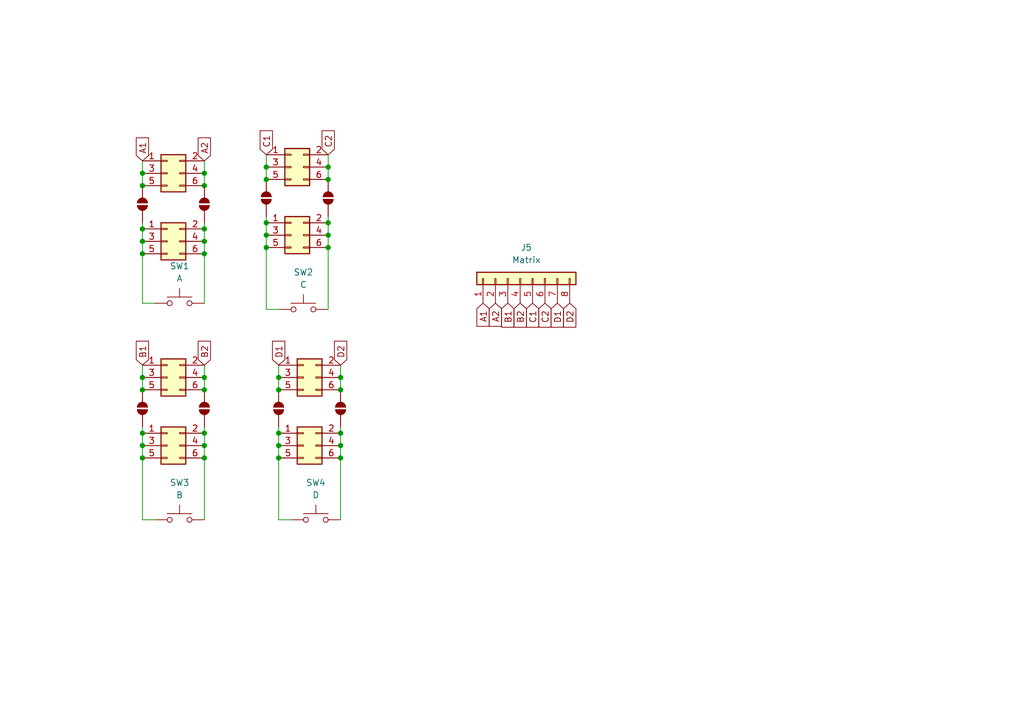
<source format=kicad_sch>
(kicad_sch (version 20250114) (generator "eeschema") (generator_version "9.0")
  (paper "A5")
  (title_block (title "Keyboard Prototyping Board") (date "6/AUG/2025") (rev "A") (company "Brett Hallen") (comment 1 "www.youtube.com/@Brfff"))
  (lib_symbols
    (symbol "Connector_Generic:Conn_01x08" (pin_names (offset 1.016) (hide yes))
      (property "Reference" "J" (at 0 10.16 0))
      (property "Value" "Conn_01x08" (at 0 -12.7 0))
      (symbol "Conn_01x08_1_1"
        (rectangle (start -1.27 8.89) (end 1.27 -11.43) (stroke (width 0.254)) (fill (type background)))
        (rectangle (start -1.27 7.747) (end 0 7.493) (stroke (width 0.1524)))
        (rectangle (start -1.27 5.207) (end 0 4.953) (stroke (width 0.1524)))
        (rectangle (start -1.27 2.667) (end 0 2.413) (stroke (width 0.1524)))
        (rectangle (start -1.27 0.127) (end 0 -0.127) (stroke (width 0.1524)))
        (rectangle (start -1.27 -2.413) (end 0 -2.667) (stroke (width 0.1524)))
        (rectangle (start -1.27 -4.953) (end 0 -5.207) (stroke (width 0.1524)))
        (rectangle (start -1.27 -7.493) (end 0 -7.747) (stroke (width 0.1524)))
        (rectangle (start -1.27 -10.033) (end 0 -10.287) (stroke (width 0.1524)))
        (pin passive line (at -5.08 7.62 0) (length 3.81) (name "Pin_1") (number "1"))
        (pin passive line (at -5.08 5.08 0) (length 3.81) (name "Pin_2") (number "2"))
        (pin passive line (at -5.08 2.54 0) (length 3.81) (name "Pin_3") (number "3"))
        (pin passive line (at -5.08 0 0) (length 3.81) (name "Pin_4") (number "4"))
        (pin passive line (at -5.08 -2.54 0) (length 3.81) (name "Pin_5") (number "5"))
        (pin passive line (at -5.08 -5.08 0) (length 3.81) (name "Pin_6") (number "6"))
        (pin passive line (at -5.08 -7.62 0) (length 3.81) (name "Pin_7") (number "7"))
        (pin passive line (at -5.08 -10.16 0) (length 3.81) (name "Pin_8") (number "8"))
      )
    )
    (symbol "Connector_Generic:Conn_02x03_Odd_Even" (pin_names (offset 1.016) (hide yes))
      (property "Reference" "J" (at 1.27 5.08 0))
      (property "Value" "Conn_02x03_Odd_Even" (at 1.27 -5.08 0))
      (symbol "Conn_02x03_Odd_Even_1_1"
        (rectangle (start -1.27 3.81) (end 3.81 -3.81) (stroke (width 0.254)) (fill (type background)))
        (rectangle (start -1.27 2.667) (end 0 2.413) (stroke (width 0.1524)))
        (rectangle (start -1.27 0.127) (end 0 -0.127) (stroke (width 0.1524)))
        (rectangle (start -1.27 -2.413) (end 0 -2.667) (stroke (width 0.1524)))
        (rectangle (start 3.81 2.667) (end 2.54 2.413) (stroke (width 0.1524)))
        (rectangle (start 3.81 0.127) (end 2.54 -0.127) (stroke (width 0.1524)))
        (rectangle (start 3.81 -2.413) (end 2.54 -2.667) (stroke (width 0.1524)))
        (pin passive line (at -5.08 2.54 0) (length 3.81) (name "Pin_1") (number "1"))
        (pin passive line (at -5.08 0 0) (length 3.81) (name "Pin_3") (number "3"))
        (pin passive line (at -5.08 -2.54 0) (length 3.81) (name "Pin_5") (number "5"))
        (pin passive line (at 7.62 2.54 180) (length 3.81) (name "Pin_2") (number "2"))
        (pin passive line (at 7.62 0 180) (length 3.81) (name "Pin_4") (number "4"))
        (pin passive line (at 7.62 -2.54 180) (length 3.81) (name "Pin_6") (number "6"))
      )
    )
    (symbol "Jumper:SolderJumper_2_Open" (pin_numbers (hide yes)) (pin_names (offset 0) (hide yes)) (in_bom no)
      (property "Reference" "JP" (at 0 2.032 0))
      (property "Value" "SolderJumper_2_Open" (at 0 -2.54 0))
      (symbol "SolderJumper_2_Open_0_1"
        (polyline (pts (xy -0.254 1.016) (xy -0.254 -1.016)))
        (arc (start -0.254 -1.016) (mid -1.2656 0) (end -0.254 1.016))
        (arc (start -0.254 -1.016) (mid -1.2656 0) (end -0.254 1.016) (fill (type outline)))
        (arc (start 0.254 1.016) (mid 1.2656 0) (end 0.254 -1.016))
        (arc (start 0.254 1.016) (mid 1.2656 0) (end 0.254 -1.016) (fill (type outline)))
        (polyline (pts (xy 0.254 1.016) (xy 0.254 -1.016)))
      )
      (symbol "SolderJumper_2_Open_1_1"
        (pin passive line (at -3.81 0 0) (length 2.54) (name "A") (number "1"))
        (pin passive line (at 3.81 0 180) (length 2.54) (name "B") (number "2"))
      )
    )
    (symbol "Switch:SW_Push" (pin_numbers (hide yes)) (pin_names (offset 1.016) (hide yes))
      (property "Reference" "SW" (at 1.27 2.54 0))
      (property "Value" "SW_Push" (at 0 -1.524 0))
      (symbol "SW_Push_0_1"
        (circle (center -2.032 0) (radius 0.508))
        (polyline (pts (xy 0 1.27) (xy 0 3.048)))
        (circle (center 2.032 0) (radius 0.508))
        (polyline (pts (xy 2.54 1.27) (xy -2.54 1.27)))
        (pin passive line (at -5.08 0 0) (length 2.54) (name "1") (number "1"))
        (pin passive line (at 5.08 0 180) (length 2.54) (name "2") (number "2"))
      )
    )
  )
  (junction (at 29.21 80.01))
  (junction (at 41.91 77.47))
  (junction (at 67.31 34.29))
  (junction (at 57.15 93.98))
  (junction (at 67.31 45.72))
  (junction (at 41.91 91.44))
  (junction (at 57.15 88.9))
  (junction (at 29.21 35.56))
  (junction (at 67.31 50.8))
  (junction (at 67.31 36.83))
  (junction (at 41.91 35.56))
  (junction (at 54.61 50.8))
  (junction (at 29.21 88.9))
  (junction (at 67.31 48.26))
  (junction (at 29.21 38.1))
  (junction (at 41.91 80.01))
  (junction (at 54.61 36.83))
  (junction (at 29.21 49.53))
  (junction (at 29.21 46.99))
  (junction (at 57.15 77.47))
  (junction (at 29.21 93.98))
  (junction (at 69.85 91.44))
  (junction (at 41.91 88.9))
  (junction (at 57.15 91.44))
  (junction (at 29.21 77.47))
  (junction (at 69.85 88.9))
  (junction (at 69.85 80.01))
  (junction (at 41.91 52.07))
  (junction (at 54.61 34.29))
  (junction (at 69.85 93.98))
  (junction (at 54.61 48.26))
  (junction (at 29.21 91.44))
  (junction (at 41.91 93.98))
  (junction (at 57.15 80.01))
  (junction (at 41.91 38.1))
  (junction (at 69.85 77.47))
  (junction (at 41.91 49.53))
  (junction (at 29.21 52.07))
  (junction (at 41.91 46.99))
  (junction (at 54.61 45.72))
  (wire (pts (xy 54.61 34.29) (xy 54.61 36.83)))
  (wire (pts (xy 41.91 74.93) (xy 41.91 77.47)))
  (wire (pts (xy 29.21 88.9) (xy 29.21 87.63)))
  (wire (pts (xy 41.91 77.47) (xy 41.91 80.01)))
  (wire (pts (xy 69.85 77.47) (xy 69.85 80.01)))
  (wire (pts (xy 29.21 49.53) (xy 29.21 46.99)))
  (wire (pts (xy 41.91 49.53) (xy 41.91 52.07)))
  (wire (pts (xy 29.21 33.02) (xy 29.21 35.56)))
  (wire (pts (xy 57.15 77.47) (xy 57.15 80.01)))
  (wire (pts (xy 41.91 93.98) (xy 41.91 106.68)))
  (wire (pts (xy 57.15 106.68) (xy 59.69 106.68)))
  (wire (pts (xy 41.91 33.02) (xy 41.91 35.56)))
  (wire (pts (xy 31.75 62.23) (xy 29.21 62.23)))
  (wire (pts (xy 69.85 88.9) (xy 69.85 91.44)))
  (wire (pts (xy 29.21 74.93) (xy 29.21 77.47)))
  (wire (pts (xy 54.61 63.5) (xy 57.15 63.5)))
  (wire (pts (xy 69.85 91.44) (xy 69.85 93.98)))
  (wire (pts (xy 41.91 46.99) (xy 41.91 49.53)))
  (wire (pts (xy 54.61 48.26) (xy 54.61 45.72)))
  (wire (pts (xy 29.21 93.98) (xy 29.21 106.68)))
  (wire (pts (xy 57.15 93.98) (xy 57.15 106.68)))
  (wire (pts (xy 29.21 62.23) (xy 29.21 52.07)))
  (wire (pts (xy 29.21 106.68) (xy 31.75 106.68)))
  (wire (pts (xy 57.15 74.93) (xy 57.15 77.47)))
  (wire (pts (xy 41.91 87.63) (xy 41.91 88.9)))
  (wire (pts (xy 54.61 31.75) (xy 54.61 34.29)))
  (wire (pts (xy 41.91 91.44) (xy 41.91 93.98)))
  (wire (pts (xy 29.21 52.07) (xy 29.21 49.53)))
  (wire (pts (xy 54.61 50.8) (xy 54.61 63.5)))
  (wire (pts (xy 54.61 50.8) (xy 54.61 48.26)))
  (wire (pts (xy 29.21 35.56) (xy 29.21 38.1)))
  (wire (pts (xy 57.15 93.98) (xy 57.15 91.44)))
  (wire (pts (xy 57.15 88.9) (xy 57.15 87.63)))
  (wire (pts (xy 67.31 48.26) (xy 67.31 50.8)))
  (wire (pts (xy 29.21 91.44) (xy 29.21 88.9)))
  (wire (pts (xy 29.21 46.99) (xy 29.21 45.72)))
  (wire (pts (xy 41.91 88.9) (xy 41.91 91.44)))
  (wire (pts (xy 41.91 52.07) (xy 41.91 62.23)))
  (wire (pts (xy 69.85 93.98) (xy 69.85 106.68)))
  (wire (pts (xy 67.31 31.75) (xy 67.31 34.29)))
  (wire (pts (xy 67.31 50.8) (xy 67.31 63.5)))
  (wire (pts (xy 67.31 45.72) (xy 67.31 48.26)))
  (wire (pts (xy 67.31 44.45) (xy 67.31 45.72)))
  (wire (pts (xy 29.21 91.44) (xy 29.21 93.98)))
  (wire (pts (xy 69.85 87.63) (xy 69.85 88.9)))
  (wire (pts (xy 29.21 77.47) (xy 29.21 80.01)))
  (wire (pts (xy 41.91 45.72) (xy 41.91 46.99)))
  (wire (pts (xy 41.91 35.56) (xy 41.91 38.1)))
  (wire (pts (xy 67.31 34.29) (xy 67.31 36.83)))
  (wire (pts (xy 57.15 91.44) (xy 57.15 88.9)))
  (wire (pts (xy 69.85 74.93) (xy 69.85 77.47)))
  (wire (pts (xy 54.61 45.72) (xy 54.61 44.45)))
  (global_label "D2" (shape input) (at 69.85 74.93 90) (property "Intersheetrefs" "${INTERSHEET_REFS}" (effects (hide yes))))
  (global_label "A1" (shape input) (at 29.21 33.02 90) (property "Intersheetrefs" "${INTERSHEET_REFS}" (effects (hide yes))))
  (global_label "D1" (shape input) (at 57.15 74.93 90) (property "Intersheetrefs" "${INTERSHEET_REFS}" (effects (hide yes))))
  (global_label "B1" (shape input) (at 29.21 74.93 90) (property "Intersheetrefs" "${INTERSHEET_REFS}" (effects (hide yes))))
  (global_label "B2" (shape input) (at 41.91 74.93 90) (property "Intersheetrefs" "${INTERSHEET_REFS}" (effects (hide yes))))
  (global_label "C2" (shape input) (at 67.31 31.75 90) (property "Intersheetrefs" "${INTERSHEET_REFS}" (effects (hide yes))))
  (global_label "A2" (shape input) (at 101.6 62.23 270) (property "Intersheetrefs" "${INTERSHEET_REFS}" (effects (hide yes))))
  (global_label "A1" (shape input) (at 99.06 62.23 270) (property "Intersheetrefs" "${INTERSHEET_REFS}" (effects (hide yes))))
  (global_label "B1" (shape input) (at 104.14 62.23 270) (property "Intersheetrefs" "${INTERSHEET_REFS}" (effects (hide yes))))
  (global_label "B2" (shape input) (at 106.68 62.23 270) (property "Intersheetrefs" "${INTERSHEET_REFS}" (effects (hide yes))))
  (global_label "D1" (shape input) (at 114.3 62.23 270) (property "Intersheetrefs" "${INTERSHEET_REFS}" (effects (hide yes))))
  (global_label "C1" (shape input) (at 109.22 62.23 270) (property "Intersheetrefs" "${INTERSHEET_REFS}" (effects (hide yes))))
  (global_label "C2" (shape input) (at 111.76 62.23 270) (property "Intersheetrefs" "${INTERSHEET_REFS}" (effects (hide yes))))
  (global_label "D2" (shape input) (at 116.84 62.23 270) (property "Intersheetrefs" "${INTERSHEET_REFS}" (effects (hide yes))))
  (global_label "C1" (shape input) (at 54.61 31.75 90) (property "Intersheetrefs" "${INTERSHEET_REFS}" (effects (hide yes))))
  (global_label "A2" (shape input) (at 41.91 33.02 90) (property "Intersheetrefs" "${INTERSHEET_REFS}" (effects (hide yes))))
  (symbol (lib_id "Jumper:SolderJumper_2_Open") (at 41.91 83.82 90) (unit 1) (in_bom no)
    (property "Reference" "JP6" (effects (hide yes)))
    (property "Value" "SolderJumper_2_Open" (effects (hide yes)))
    (property "Footprint" "Jumper:SolderJumper-2_P1.3mm_Bridged_RoundedPad1.0x1.5mm" (effects (hide yes)))
    (property "Description" "Solder Jumper, 2-pole, open" (effects (hide yes)))
  )
  (symbol (lib_id "Jumper:SolderJumper_2_Open") (at 29.21 83.82 90) (unit 1) (in_bom no)
    (property "Reference" "JP5" (effects (hide yes)))
    (property "Value" "SolderJumper_2_Open" (effects (hide yes)))
    (property "Footprint" "Jumper:SolderJumper-2_P1.3mm_Bridged_RoundedPad1.0x1.5mm" (effects (hide yes)))
    (property "Description" "Solder Jumper, 2-pole, open" (effects (hide yes)))
  )
  (symbol (lib_id "Switch:SW_Push") (at 62.23 63.5 0) (unit 1)
    (property "Reference" "SW2" (at 62.23 55.88 0))
    (property "Value" "C" (at 62.23 58.42 0))
    (property "Footprint" "PCM_Switch_Keyboard_Cherry_MX:SW_Cherry_MX_PCB_1.00u" (effects (hide yes)))
    (property "Description" "Push button switch, generic, two pins" (effects (hide yes)))
  )
  (symbol (lib_id "Jumper:SolderJumper_2_Open") (at 54.61 40.64 90) (unit 1) (in_bom no)
    (property "Reference" "JP3" (effects (hide yes)))
    (property "Value" "SolderJumper_2_Open" (effects (hide yes)))
    (property "Footprint" "Jumper:SolderJumper-2_P1.3mm_Bridged_RoundedPad1.0x1.5mm" (effects (hide yes)))
    (property "Description" "Solder Jumper, 2-pole, open" (effects (hide yes)))
  )
  (symbol (lib_id "Switch:SW_Push") (at 36.83 106.68 0) (unit 1)
    (property "Reference" "SW3" (at 36.83 99.06 0))
    (property "Value" "B" (at 36.83 101.6 0))
    (property "Footprint" "PCM_Switch_Keyboard_Cherry_MX:SW_Cherry_MX_PCB_1.00u" (effects (hide yes)))
    (property "Description" "Push button switch, generic, two pins" (effects (hide yes)))
  )
  (symbol (lib_id "Connector_Generic:Conn_02x03_Odd_Even") (at 62.23 91.44 0) (unit 1)
    (property "Reference" "J8" (effects (hide yes)))
    (property "Value" "Conn_02x03_Odd_Even" (effects (hide yes)))
    (property "Footprint" "Connector_PinHeader_2.54mm:PinHeader_2x03_P2.54mm_Vertical" (effects (hide yes)))
    (property "Description" "Generic connector, double row, 02x03, odd/even pin numbering scheme (row 1 odd numbers, row 2 even numbers), script generated (kicad-library-utils/schlib/autogen/connector/)" (effects (hide yes)))
  )
  (symbol (lib_id "Jumper:SolderJumper_2_Open") (at 69.85 83.82 90) (unit 1) (in_bom no)
    (property "Reference" "JP8" (effects (hide yes)))
    (property "Value" "SolderJumper_2_Open" (effects (hide yes)))
    (property "Footprint" "Jumper:SolderJumper-2_P1.3mm_Bridged_RoundedPad1.0x1.5mm" (effects (hide yes)))
    (property "Description" "Solder Jumper, 2-pole, open" (effects (hide yes)))
  )
  (symbol (lib_id "Jumper:SolderJumper_2_Open") (at 67.31 40.64 90) (unit 1) (in_bom no)
    (property "Reference" "JP4" (effects (hide yes)))
    (property "Value" "SolderJumper_2_Open" (effects (hide yes)))
    (property "Footprint" "Jumper:SolderJumper-2_P1.3mm_Bridged_RoundedPad1.0x1.5mm" (effects (hide yes)))
    (property "Description" "Solder Jumper, 2-pole, open" (effects (hide yes)))
  )
  (symbol (lib_id "Switch:SW_Push") (at 36.83 62.23 0) (unit 1)
    (property "Reference" "SW1" (at 36.83 54.61 0))
    (property "Value" "A" (at 36.83 57.15 0))
    (property "Footprint" "PCM_Switch_Keyboard_Cherry_MX:SW_Cherry_MX_PCB_1.00u" (effects (hide yes)))
    (property "Description" "Push button switch, generic, two pins" (effects (hide yes)))
  )
  (symbol (lib_id "Jumper:SolderJumper_2_Open") (at 41.91 41.91 90) (unit 1) (in_bom no)
    (property "Reference" "JP2" (effects (hide yes)))
    (property "Value" "SolderJumper_2_Open" (effects (hide yes)))
    (property "Footprint" "Jumper:SolderJumper-2_P1.3mm_Bridged_RoundedPad1.0x1.5mm" (effects (hide yes)))
    (property "Description" "Solder Jumper, 2-pole, open" (effects (hide yes)))
  )
  (symbol (lib_id "Connector_Generic:Conn_02x03_Odd_Even") (at 34.29 35.56 0) (unit 1)
    (property "Reference" "J1" (effects (hide yes)))
    (property "Value" "Conn_02x03_Odd_Even" (effects (hide yes)))
    (property "Footprint" "Connector_PinHeader_2.54mm:PinHeader_2x03_P2.54mm_Vertical" (effects (hide yes)))
    (property "Description" "Generic connector, double row, 02x03, odd/even pin numbering scheme (row 1 odd numbers, row 2 even numbers), script generated (kicad-library-utils/schlib/autogen/connector/)" (effects (hide yes)))
  )
  (symbol (lib_id "Connector_Generic:Conn_02x03_Odd_Even") (at 34.29 77.47 0) (unit 1)
    (property "Reference" "J4" (effects (hide yes)))
    (property "Value" "Conn_02x03_Odd_Even" (effects (hide yes)))
    (property "Footprint" "Connector_PinHeader_2.54mm:PinHeader_2x03_P2.54mm_Vertical" (effects (hide yes)))
    (property "Description" "Generic connector, double row, 02x03, odd/even pin numbering scheme (row 1 odd numbers, row 2 even numbers), script generated (kicad-library-utils/schlib/autogen/connector/)" (effects (hide yes)))
  )
  (symbol (lib_id "Connector_Generic:Conn_02x03_Odd_Even") (at 62.23 77.47 0) (unit 1)
    (property "Reference" "J7" (effects (hide yes)))
    (property "Value" "Conn_02x03_Odd_Even" (effects (hide yes)))
    (property "Footprint" "Connector_PinHeader_2.54mm:PinHeader_2x03_P2.54mm_Vertical" (effects (hide yes)))
    (property "Description" "Generic connector, double row, 02x03, odd/even pin numbering scheme (row 1 odd numbers, row 2 even numbers), script generated (kicad-library-utils/schlib/autogen/connector/)" (effects (hide yes)))
  )
  (symbol (lib_id "Connector_Generic:Conn_02x03_Odd_Even") (at 34.29 91.44 0) (unit 1)
    (property "Reference" "J6" (effects (hide yes)))
    (property "Value" "Conn_02x03_Odd_Even" (effects (hide yes)))
    (property "Footprint" "Connector_PinHeader_2.54mm:PinHeader_2x03_P2.54mm_Vertical" (effects (hide yes)))
    (property "Description" "Generic connector, double row, 02x03, odd/even pin numbering scheme (row 1 odd numbers, row 2 even numbers), script generated (kicad-library-utils/schlib/autogen/connector/)" (effects (hide yes)))
  )
  (symbol (lib_id "Jumper:SolderJumper_2_Open") (at 29.21 41.91 90) (unit 1) (in_bom no)
    (property "Reference" "JP1" (effects (hide yes)))
    (property "Value" "SolderJumper_2_Open" (effects (hide yes)))
    (property "Footprint" "Jumper:SolderJumper-2_P1.3mm_Bridged_RoundedPad1.0x1.5mm" (effects (hide yes)))
    (property "Description" "Solder Jumper, 2-pole, open" (effects (hide yes)))
  )
  (symbol (lib_id "Switch:SW_Push") (at 64.77 106.68 0) (unit 1)
    (property "Reference" "SW4" (at 64.77 99.06 0))
    (property "Value" "D" (at 64.77 101.6 0))
    (property "Footprint" "PCM_Switch_Keyboard_Cherry_MX:SW_Cherry_MX_PCB_1.00u" (effects (hide yes)))
    (property "Description" "Push button switch, generic, two pins" (effects (hide yes)))
  )
  (symbol (lib_id "Connector_Generic:Conn_02x03_Odd_Even") (at 34.29 49.53 0) (unit 1)
    (property "Reference" "J18" (effects (hide yes)))
    (property "Value" "Conn_02x03_Odd_Even" (effects (hide yes)))
    (property "Footprint" "Connector_PinHeader_2.54mm:PinHeader_2x03_P2.54mm_Vertical" (effects (hide yes)))
    (property "Description" "Generic connector, double row, 02x03, odd/even pin numbering scheme (row 1 odd numbers, row 2 even numbers), script generated (kicad-library-utils/schlib/autogen/connector/)" (effects (hide yes)))
  )
  (symbol (lib_id "Jumper:SolderJumper_2_Open") (at 57.15 83.82 90) (unit 1) (in_bom no)
    (property "Reference" "JP7" (effects (hide yes)))
    (property "Value" "SolderJumper_2_Open" (effects (hide yes)))
    (property "Footprint" "Jumper:SolderJumper-2_P1.3mm_Bridged_RoundedPad1.0x1.5mm" (effects (hide yes)))
    (property "Description" "Solder Jumper, 2-pole, open" (effects (hide yes)))
  )
  (symbol (lib_id "Connector_Generic:Conn_02x03_Odd_Even") (at 59.69 48.26 0) (unit 1)
    (property "Reference" "J3" (effects (hide yes)))
    (property "Value" "Conn_02x03_Odd_Even" (effects (hide yes)))
    (property "Footprint" "Connector_PinHeader_2.54mm:PinHeader_2x03_P2.54mm_Vertical" (effects (hide yes)))
    (property "Description" "Generic connector, double row, 02x03, odd/even pin numbering scheme (row 1 odd numbers, row 2 even numbers), script generated (kicad-library-utils/schlib/autogen/connector/)" (effects (hide yes)))
  )
  (symbol (lib_id "Connector_Generic:Conn_01x08") (at 106.68 57.15 90) (unit 1)
    (property "Reference" "J5" (at 107.95 50.8 90))
    (property "Value" "Matrix" (at 107.95 53.34 90))
    (property "Footprint" "Connector_PinHeader_2.54mm:PinHeader_1x08_P2.54mm_Vertical" (effects (hide yes)))
    (property "Description" "Generic connector, single row, 01x08, script generated (kicad-library-utils/schlib/autogen/connector/)" (effects (hide yes)))
  )
  (symbol (lib_id "Connector_Generic:Conn_02x03_Odd_Even") (at 59.69 34.29 0) (unit 1)
    (property "Reference" "J2" (effects (hide yes)))
    (property "Value" "Conn_02x03_Odd_Even" (effects (hide yes)))
    (property "Footprint" "Connector_PinHeader_2.54mm:PinHeader_2x03_P2.54mm_Vertical" (effects (hide yes)))
    (property "Description" "Generic connector, double row, 02x03, odd/even pin numbering scheme (row 1 odd numbers, row 2 even numbers), script generated (kicad-library-utils/schlib/autogen/connector/)" (effects (hide yes)))
  )
)
</source>
